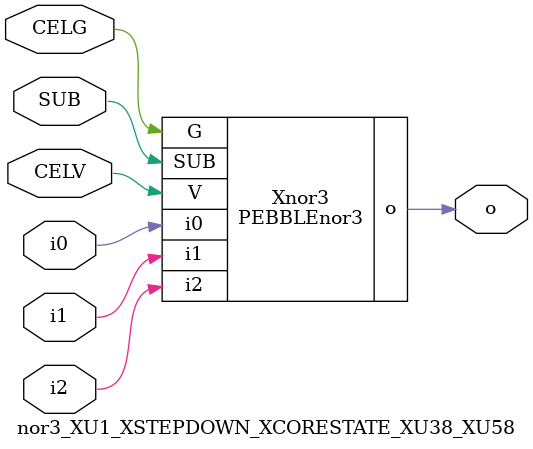
<source format=v>



module PEBBLEnor3 ( o, G, SUB, V, i0, i1, i2 );

  input i0;
  input V;
  input i2;
  input i1;
  input G;
  output o;
  input SUB;
endmodule

//Celera Confidential Do Not Copy nor3_XU1_XSTEPDOWN_XCORESTATE_XU38_XU58
//Celera Confidential Symbol Generator
//NOR3
module nor3_XU1_XSTEPDOWN_XCORESTATE_XU38_XU58 (CELV,CELG,i0,i1,i2,o,SUB);
input CELV;
input CELG;
input i0;
input i1;
input i2;
input SUB;
output o;

//Celera Confidential Do Not Copy nor3
PEBBLEnor3 Xnor3(
.V (CELV),
.i0 (i0),
.i1 (i1),
.i2 (i2),
.o (o),
.SUB (SUB),
.G (CELG)
);
//,diesize,PEBBLEnor3

//Celera Confidential Do Not Copy Module End
//Celera Schematic Generator
endmodule

</source>
